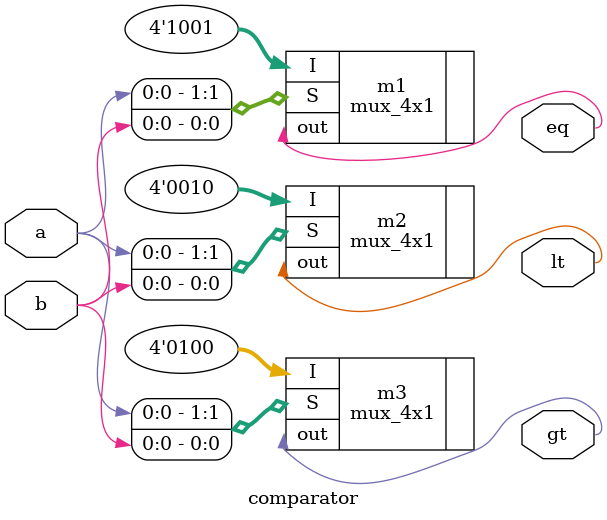
<source format=v>
`timescale 1ns / 1ps


module comparator(
    input a, b,
    output gt, lt, eq 
    );
    
    mux_4x1 m1(.I(4'b1001), .S({a, b}), .out(eq));
    mux_4x1 m2(.I(4'b0010), .S({a, b}), .out(lt));
    mux_4x1 m3(.I(4'b0100), .S({a, b}), .out(gt));
    
endmodule

</source>
